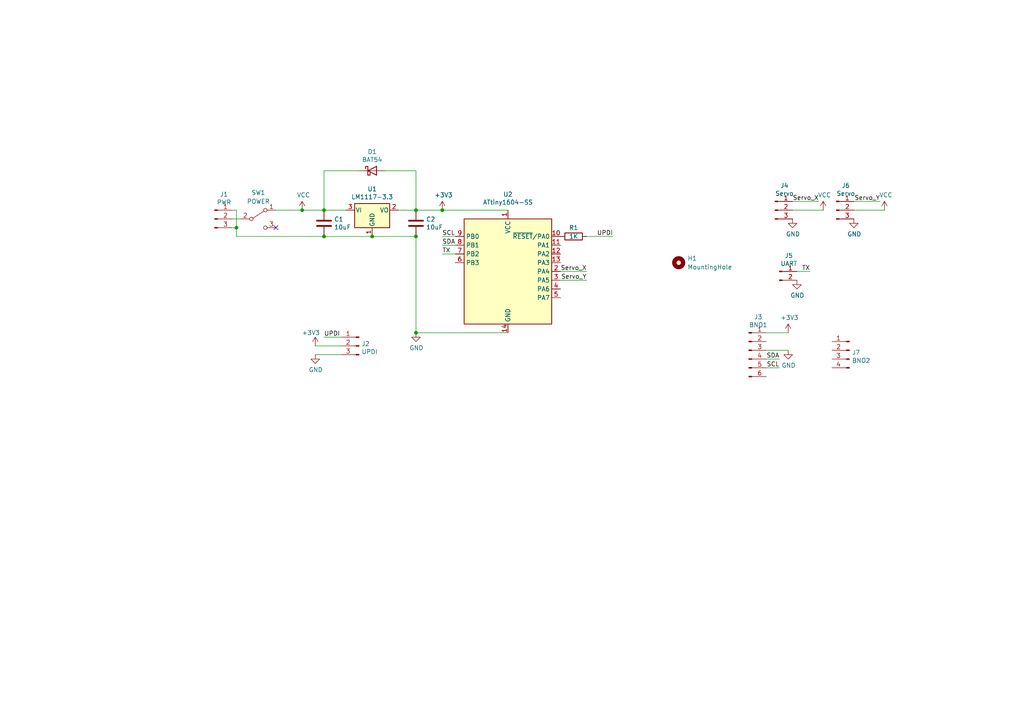
<source format=kicad_sch>
(kicad_sch (version 20211123) (generator eeschema)
  (paper "A4")
  (lib_symbols
    (symbol "Connector:Conn_01x02_Male" (pin_names (offset 1.016) hide)
      (property "Reference" "J" (at 0 2.54 0))
      (property "Value" "Conn_01x02_Male" (at 0 -5.08 0))
      (symbol "Conn_01x02_Male_1_1"
        (polyline (pts (xy 1.27 -2.54) (xy 0.8636 -2.54)) (stroke (width 0.1524)))
        (polyline (pts (xy 1.27 0) (xy 0.8636 0)) (stroke (width 0.1524)))
        (rectangle (start 0.8636 -2.413) (end 0 -2.667) (stroke (width 0.1524)) (fill (type outline)))
        (rectangle (start 0.8636 0.127) (end 0 -0.127) (stroke (width 0.1524)) (fill (type outline)))
        (pin passive line (at 5.08 0 180) (length 3.81) (name "Pin_1") (number "1"))
        (pin passive line (at 5.08 -2.54 180) (length 3.81) (name "Pin_2") (number "2"))
      )
    )
    (symbol "Connector:Conn_01x03_Male" (pin_names (offset 1.016) hide)
      (property "Reference" "J" (at 0 5.08 0))
      (property "Value" "Conn_01x03_Male" (at 0 -5.08 0))
      (symbol "Conn_01x03_Male_1_1"
        (polyline (pts (xy 1.27 -2.54) (xy 0.8636 -2.54)) (stroke (width 0.1524)))
        (polyline (pts (xy 1.27 0) (xy 0.8636 0)) (stroke (width 0.1524)))
        (polyline (pts (xy 1.27 2.54) (xy 0.8636 2.54)) (stroke (width 0.1524)))
        (rectangle (start 0.8636 -2.413) (end 0 -2.667) (stroke (width 0.1524)) (fill (type outline)))
        (rectangle (start 0.8636 0.127) (end 0 -0.127) (stroke (width 0.1524)) (fill (type outline)))
        (rectangle (start 0.8636 2.667) (end 0 2.413) (stroke (width 0.1524)) (fill (type outline)))
        (pin passive line (at 5.08 2.54 180) (length 3.81) (name "Pin_1") (number "1"))
        (pin passive line (at 5.08 0 180) (length 3.81) (name "Pin_2") (number "2"))
        (pin passive line (at 5.08 -2.54 180) (length 3.81) (name "Pin_3") (number "3"))
      )
    )
    (symbol "Connector:Conn_01x04_Male" (pin_names (offset 1.016) hide)
      (property "Reference" "J" (at 0 5.08 0))
      (property "Value" "Conn_01x04_Male" (at 0 -7.62 0))
      (symbol "Conn_01x04_Male_1_1"
        (polyline (pts (xy 1.27 -5.08) (xy 0.8636 -5.08)) (stroke (width 0.1524)))
        (polyline (pts (xy 1.27 -2.54) (xy 0.8636 -2.54)) (stroke (width 0.1524)))
        (polyline (pts (xy 1.27 0) (xy 0.8636 0)) (stroke (width 0.1524)))
        (polyline (pts (xy 1.27 2.54) (xy 0.8636 2.54)) (stroke (width 0.1524)))
        (rectangle (start 0.8636 -4.953) (end 0 -5.207) (stroke (width 0.1524)) (fill (type outline)))
        (rectangle (start 0.8636 -2.413) (end 0 -2.667) (stroke (width 0.1524)) (fill (type outline)))
        (rectangle (start 0.8636 0.127) (end 0 -0.127) (stroke (width 0.1524)) (fill (type outline)))
        (rectangle (start 0.8636 2.667) (end 0 2.413) (stroke (width 0.1524)) (fill (type outline)))
        (pin passive line (at 5.08 2.54 180) (length 3.81) (name "Pin_1") (number "1"))
        (pin passive line (at 5.08 0 180) (length 3.81) (name "Pin_2") (number "2"))
        (pin passive line (at 5.08 -2.54 180) (length 3.81) (name "Pin_3") (number "3"))
        (pin passive line (at 5.08 -5.08 180) (length 3.81) (name "Pin_4") (number "4"))
      )
    )
    (symbol "Connector:Conn_01x06_Male" (pin_names (offset 1.016) hide)
      (property "Reference" "J" (at 0 7.62 0))
      (property "Value" "Conn_01x06_Male" (at 0 -10.16 0))
      (symbol "Conn_01x06_Male_1_1"
        (polyline (pts (xy 1.27 -7.62) (xy 0.8636 -7.62)) (stroke (width 0.1524)))
        (polyline (pts (xy 1.27 -5.08) (xy 0.8636 -5.08)) (stroke (width 0.1524)))
        (polyline (pts (xy 1.27 -2.54) (xy 0.8636 -2.54)) (stroke (width 0.1524)))
        (polyline (pts (xy 1.27 0) (xy 0.8636 0)) (stroke (width 0.1524)))
        (polyline (pts (xy 1.27 2.54) (xy 0.8636 2.54)) (stroke (width 0.1524)))
        (polyline (pts (xy 1.27 5.08) (xy 0.8636 5.08)) (stroke (width 0.1524)))
        (rectangle (start 0.8636 -7.493) (end 0 -7.747) (stroke (width 0.1524)) (fill (type outline)))
        (rectangle (start 0.8636 -4.953) (end 0 -5.207) (stroke (width 0.1524)) (fill (type outline)))
        (rectangle (start 0.8636 -2.413) (end 0 -2.667) (stroke (width 0.1524)) (fill (type outline)))
        (rectangle (start 0.8636 0.127) (end 0 -0.127) (stroke (width 0.1524)) (fill (type outline)))
        (rectangle (start 0.8636 2.667) (end 0 2.413) (stroke (width 0.1524)) (fill (type outline)))
        (rectangle (start 0.8636 5.207) (end 0 4.953) (stroke (width 0.1524)) (fill (type outline)))
        (pin passive line (at 5.08 5.08 180) (length 3.81) (name "Pin_1") (number "1"))
        (pin passive line (at 5.08 2.54 180) (length 3.81) (name "Pin_2") (number "2"))
        (pin passive line (at 5.08 0 180) (length 3.81) (name "Pin_3") (number "3"))
        (pin passive line (at 5.08 -2.54 180) (length 3.81) (name "Pin_4") (number "4"))
        (pin passive line (at 5.08 -5.08 180) (length 3.81) (name "Pin_5") (number "5"))
        (pin passive line (at 5.08 -7.62 180) (length 3.81) (name "Pin_6") (number "6"))
      )
    )
    (symbol "Device:C" (pin_numbers hide) (pin_names (offset 0.254))
      (property "Reference" "C" (at 0.635 2.54 0))
      (property "Value" "C" (at 0.635 -2.54 0))
      (symbol "C_0_1"
        (polyline (pts (xy -2.032 -0.762) (xy 2.032 -0.762)) (stroke (width 0.508)))
        (polyline (pts (xy -2.032 0.762) (xy 2.032 0.762)) (stroke (width 0.508)))
      )
      (symbol "C_1_1"
        (pin passive line (at 0 3.81 270) (length 2.794) (name "~") (number "1"))
        (pin passive line (at 0 -3.81 90) (length 2.794) (name "~") (number "2"))
      )
    )
    (symbol "Device:D_Schottky" (pin_numbers hide) (pin_names (offset 1.016) hide)
      (property "Reference" "D" (at 0 2.54 0))
      (property "Value" "D_Schottky" (at 0 -2.54 0))
      (symbol "D_Schottky_0_1"
        (polyline (pts (xy 1.27 0) (xy -1.27 0)))
        (polyline (pts (xy 1.27 1.27) (xy 1.27 -1.27) (xy -1.27 0) (xy 1.27 1.27)) (stroke (width 0.254)))
        (polyline (pts (xy -1.905 0.635) (xy -1.905 1.27) (xy -1.27 1.27) (xy -1.27 -1.27) (xy -0.635 -1.27) (xy -0.635 -0.635)) (stroke (width 0.254)))
      )
      (symbol "D_Schottky_1_1"
        (pin passive line (at -3.81 0 0) (length 2.54) (name "K") (number "1"))
        (pin passive line (at 3.81 0 180) (length 2.54) (name "A") (number "2"))
      )
    )
    (symbol "Device:R" (pin_numbers hide) (pin_names (offset 0))
      (property "Reference" "R" (at 2.032 0 90))
      (property "Value" "R" (at 0 0 90))
      (symbol "R_0_1"
        (rectangle (start -1.016 -2.54) (end 1.016 2.54) (stroke (width 0.254)))
      )
      (symbol "R_1_1"
        (pin passive line (at 0 3.81 270) (length 1.27) (name "~") (number "1"))
        (pin passive line (at 0 -3.81 90) (length 1.27) (name "~") (number "2"))
      )
    )
    (symbol "MCU_Microchip_ATtiny:ATtiny1604-SS"
      (property "Reference" "U" (at -12.7 16.51 0))
      (property "Value" "ATtiny1604-SS" (at 2.54 -16.51 0))
      (symbol "ATtiny1604-SS_0_1"
        (rectangle (start -12.7 -15.24) (end 12.7 15.24) (stroke (width 0.254)) (fill (type background)))
      )
      (symbol "ATtiny1604-SS_1_1"
        (pin power_in line (at 0 17.78 270) (length 2.54) (name "VCC") (number "1"))
        (pin bidirectional line (at 15.24 10.16 180) (length 2.54) (name "~{RESET}/PA0") (number "10"))
        (pin bidirectional line (at 15.24 7.62 180) (length 2.54) (name "PA1") (number "11"))
        (pin bidirectional line (at 15.24 5.08 180) (length 2.54) (name "PA2") (number "12"))
        (pin bidirectional line (at 15.24 2.54 180) (length 2.54) (name "PA3") (number "13"))
        (pin power_in line (at 0 -17.78 90) (length 2.54) (name "GND") (number "14"))
        (pin bidirectional line (at 15.24 0 180) (length 2.54) (name "PA4") (number "2"))
        (pin bidirectional line (at 15.24 -2.54 180) (length 2.54) (name "PA5") (number "3"))
        (pin bidirectional line (at 15.24 -5.08 180) (length 2.54) (name "PA6") (number "4"))
        (pin bidirectional line (at 15.24 -7.62 180) (length 2.54) (name "PA7") (number "5"))
        (pin bidirectional line (at -15.24 2.54 0) (length 2.54) (name "PB3") (number "6"))
        (pin bidirectional line (at -15.24 5.08 0) (length 2.54) (name "PB2") (number "7"))
        (pin bidirectional line (at -15.24 7.62 0) (length 2.54) (name "PB1") (number "8"))
        (pin bidirectional line (at -15.24 10.16 0) (length 2.54) (name "PB0") (number "9"))
      )
    )
    (symbol "Mechanical:MountingHole" (pin_names (offset 1.016))
      (property "Reference" "H" (at 0 5.08 0))
      (property "Value" "MountingHole" (at 0 3.175 0))
      (symbol "MountingHole_0_1"
        (circle (center 0 0) (radius 1.27) (stroke (width 1.27)))
      )
    )
    (symbol "Regulator_Linear:LM1117-3.3" (pin_names (offset 0.254))
      (property "Reference" "U" (at -3.81 3.175 0))
      (property "Value" "LM1117-3.3" (at 0 3.175 0))
      (symbol "LM1117-3.3_0_1"
        (rectangle (start -5.08 -5.08) (end 5.08 1.905) (stroke (width 0.254)) (fill (type background)))
      )
      (symbol "LM1117-3.3_1_1"
        (pin power_in line (at 0 -7.62 90) (length 2.54) (name "GND") (number "1"))
        (pin power_out line (at 7.62 0 180) (length 2.54) (name "VO") (number "2"))
        (pin power_in line (at -7.62 0 0) (length 2.54) (name "VI") (number "3"))
      )
    )
    (symbol "Switch:SW_SPDT" (pin_names (offset 0) hide)
      (property "Reference" "SW" (at 0 4.318 0))
      (property "Value" "SW_SPDT" (at 0 -5.08 0))
      (symbol "SW_SPDT_0_0"
        (circle (center -2.032 0) (radius 0.508))
        (circle (center 2.032 -2.54) (radius 0.508))
      )
      (symbol "SW_SPDT_0_1"
        (polyline (pts (xy -1.524 0.254) (xy 1.651 2.286)))
        (circle (center 2.032 2.54) (radius 0.508))
      )
      (symbol "SW_SPDT_1_1"
        (pin passive line (at 5.08 2.54 180) (length 2.54) (name "A") (number "1"))
        (pin passive line (at -5.08 0 0) (length 2.54) (name "B") (number "2"))
        (pin passive line (at 5.08 -2.54 180) (length 2.54) (name "C") (number "3"))
      )
    )
    (symbol "power:+3V3" (power) (pin_names (offset 0))
      (property "Value" "+3V3" (at 0 3.556 0))
      (symbol "+3V3_0_1"
        (polyline (pts (xy -0.762 1.27) (xy 0 2.54)))
        (polyline (pts (xy 0 0) (xy 0 2.54)))
        (polyline (pts (xy 0 2.54) (xy 0.762 1.27)))
      )
      (symbol "+3V3_1_1"
        (pin power_in line (at 0 0 90) (length 0) hide (name "+3V3") (number "1"))
      )
    )
    (symbol "power:GND" (power) (pin_names (offset 0))
      (property "Value" "GND" (at 0 -3.81 0))
      (symbol "GND_0_1"
        (polyline (pts (xy 0 0) (xy 0 -1.27) (xy 1.27 -1.27) (xy 0 -2.54) (xy -1.27 -1.27) (xy 0 -1.27)))
      )
      (symbol "GND_1_1"
        (pin power_in line (at 0 0 270) (length 0) hide (name "GND") (number "1"))
      )
    )
    (symbol "power:VCC" (power) (pin_names (offset 0))
      (property "Value" "VCC" (at 0 3.81 0))
      (symbol "VCC_0_1"
        (polyline (pts (xy -0.762 1.27) (xy 0 2.54)))
        (polyline (pts (xy 0 0) (xy 0 2.54)))
        (polyline (pts (xy 0 2.54) (xy 0.762 1.27)))
      )
      (symbol "VCC_1_1"
        (pin power_in line (at 0 0 90) (length 0) hide (name "VCC") (number "1"))
      )
    )
  )
  (junction (at 120.65 60.96))
  (junction (at 68.58 66.04))
  (junction (at 107.95 68.58))
  (junction (at 93.98 68.58))
  (junction (at 128.27 60.96))
  (junction (at 120.65 96.52))
  (junction (at 93.98 60.96))
  (junction (at 120.65 68.58))
  (junction (at 87.63 60.96))
  (no_connect (at 80.01 66.04))
  (wire (pts (xy 247.65 58.42) (xy 255.27 58.42)))
  (wire (pts (xy 93.98 49.53) (xy 104.14 49.53)))
  (wire (pts (xy 132.08 71.12) (xy 128.27 71.12)))
  (wire (pts (xy 120.65 96.52) (xy 147.32 96.52)))
  (wire (pts (xy 68.58 60.96) (xy 68.58 66.04)))
  (wire (pts (xy 91.44 100.33) (xy 99.06 100.33)))
  (wire (pts (xy 247.65 60.96) (xy 256.54 60.96)))
  (wire (pts (xy 162.56 81.28) (xy 170.18 81.28)))
  (wire (pts (xy 99.06 97.79) (xy 93.98 97.79)))
  (wire (pts (xy 100.33 60.96) (xy 93.98 60.96)))
  (wire (pts (xy 93.98 68.58) (xy 107.95 68.58)))
  (wire (pts (xy 107.95 68.58) (xy 120.65 68.58)))
  (wire (pts (xy 120.65 60.96) (xy 115.57 60.96)))
  (wire (pts (xy 128.27 60.96) (xy 147.32 60.96)))
  (wire (pts (xy 67.31 66.04) (xy 68.58 66.04)))
  (wire (pts (xy 68.58 68.58) (xy 93.98 68.58)))
  (wire (pts (xy 222.25 101.6) (xy 228.6 101.6)))
  (wire (pts (xy 132.08 68.58) (xy 128.27 68.58)))
  (wire (pts (xy 120.65 68.58) (xy 120.65 96.52)))
  (wire (pts (xy 222.25 104.14) (xy 226.06 104.14)))
  (wire (pts (xy 170.18 68.58) (xy 177.8 68.58)))
  (wire (pts (xy 162.56 78.74) (xy 170.18 78.74)))
  (wire (pts (xy 222.25 106.68) (xy 226.06 106.68)))
  (wire (pts (xy 229.87 60.96) (xy 238.76 60.96)))
  (wire (pts (xy 222.25 96.52) (xy 228.6 96.52)))
  (wire (pts (xy 68.58 66.04) (xy 68.58 68.58)))
  (wire (pts (xy 80.01 60.96) (xy 87.63 60.96)))
  (wire (pts (xy 67.31 60.96) (xy 68.58 60.96)))
  (wire (pts (xy 67.31 63.5) (xy 69.85 63.5)))
  (wire (pts (xy 91.44 102.87) (xy 99.06 102.87)))
  (wire (pts (xy 93.98 60.96) (xy 93.98 49.53)))
  (wire (pts (xy 229.87 58.42) (xy 237.49 58.42)))
  (wire (pts (xy 120.65 60.96) (xy 128.27 60.96)))
  (wire (pts (xy 120.65 49.53) (xy 120.65 60.96)))
  (wire (pts (xy 231.14 78.74) (xy 234.95 78.74)))
  (wire (pts (xy 132.08 73.66) (xy 128.27 73.66)))
  (wire (pts (xy 111.76 49.53) (xy 120.65 49.53)))
  (wire (pts (xy 87.63 60.96) (xy 93.98 60.96)))
  (label "TX" (at 234.95 78.74 180))
  (label "Servo_Y" (at 255.27 58.42 180))
  (label "Servo_X" (at 237.49 58.42 180))
  (label "Servo_Y" (at 170.18 81.28 180))
  (label "UPDI" (at 93.98 97.79 0))
  (label "SCL" (at 226.06 106.68 180))
  (label "SDA" (at 226.06 104.14 180))
  (label "SDA" (at 128.27 71.12 0))
  (label "UPDI" (at 177.8 68.58 180))
  (label "TX" (at 128.27 73.66 0))
  (label "SCL" (at 128.27 68.58 0))
  (label "Servo_X" (at 170.18 78.74 180))
  (symbol (lib_id "MCU_Microchip_ATtiny:ATtiny1604-SS") (at 147.32 78.74 0) (unit 1)
    (property "Reference" "U2" (at 147.32 56.3626 0))
    (property "Value" "ATtiny1604-SS" (at 147.32 58.674 0))
    (property "Footprint" "Package_SO:SOIC-14_3.9x8.7mm_P1.27mm" (effects hide))
    (property "Datasheet" "http://ww1.microchip.com/downloads/en/DeviceDoc/ATtiny804_1604-Data-Sheet-40002028A.pdf" (effects hide))
  )
  (symbol (lib_id "Regulator_Linear:LM1117-3.3") (at 107.95 60.96 0) (unit 1)
    (property "Reference" "U1" (at 107.95 54.8132 0))
    (property "Value" "LM1117-3.3" (at 107.95 57.1246 0))
    (property "Footprint" "Package_TO_SOT_SMD:SOT-223-3_TabPin2" (effects hide))
    (property "Datasheet" "http://www.ti.com/lit/ds/symlink/lm1117.pdf" (effects hide))
  )
  (symbol (lib_id "Connector:Conn_01x03_Male") (at 104.14 100.33 0) (mirror y) (unit 1)
    (property "Reference" "J2" (at 104.8512 99.7204 0) (effects (justify right)))
    (property "Value" "UPDI" (at 104.8512 102.0318 0) (effects (justify right)))
    (property "Footprint" "Connector_PinHeader_2.54mm:PinHeader_1x03_P2.54mm_Vertical" (effects hide))
  )
  (symbol (lib_id "Connector:Conn_01x03_Male") (at 224.79 60.96 0) (unit 1)
    (property "Reference" "J4" (at 227.5332 53.8226 0))
    (property "Value" "Servo" (at 227.5332 56.134 0))
    (property "Footprint" "Connector_PinHeader_2.54mm:PinHeader_1x03_P2.54mm_Vertical" (effects hide))
  )
  (symbol (lib_id "Connector:Conn_01x03_Male") (at 242.57 60.96 0) (unit 1)
    (property "Reference" "J6" (at 245.3132 53.8226 0))
    (property "Value" "Servo" (at 245.3132 56.134 0))
    (property "Footprint" "Connector_PinHeader_2.54mm:PinHeader_1x03_P2.54mm_Vertical" (effects hide))
  )
  (symbol (lib_id "Connector:Conn_01x02_Male") (at 226.06 78.74 0) (unit 1)
    (property "Reference" "J5" (at 228.8032 74.1426 0))
    (property "Value" "UART" (at 228.8032 76.454 0))
    (property "Footprint" "Connector_PinHeader_2.54mm:PinHeader_1x02_P2.54mm_Vertical" (effects hide))
  )
  (symbol (lib_id "Device:D_Schottky") (at 107.95 49.53 0) (unit 1)
    (property "Reference" "D1" (at 107.95 44.0182 0))
    (property "Value" "BAT54" (at 107.95 46.3296 0))
    (property "Footprint" "Diode_SMD:D_SOD-123" (effects hide))
  )
  (symbol (lib_id "Device:C") (at 93.98 64.77 0) (unit 1)
    (property "Reference" "C1" (at 96.901 63.6016 0) (effects (justify left)))
    (property "Value" "10uF" (at 96.901 65.913 0) (effects (justify left)))
    (property "Footprint" "Capacitor_SMD:C_0805_2012Metric" (effects hide))
  )
  (symbol (lib_id "Device:C") (at 120.65 64.77 0) (unit 1)
    (property "Reference" "C2" (at 123.571 63.6016 0) (effects (justify left)))
    (property "Value" "10uF" (at 123.571 65.913 0) (effects (justify left)))
    (property "Footprint" "Capacitor_SMD:C_0805_2012Metric" (effects hide))
  )
  (symbol (lib_id "power:+3V3") (at 128.27 60.96 0) (unit 1)
    (property "Reference" "#PWR05" (effects hide))
    (property "Value" "+3V3" (at 128.651 56.5658 0))
  )
  (symbol (lib_id "power:GND") (at 120.65 96.52 0) (unit 1)
    (property "Reference" "#PWR04" (effects hide))
    (property "Value" "GND" (at 120.777 100.9142 0))
  )
  (symbol (lib_id "power:VCC") (at 87.63 60.96 0) (unit 1)
    (property "Reference" "#PWR01" (effects hide))
    (property "Value" "VCC" (at 88.011 56.5658 0))
  )
  (symbol (lib_id "power:+3V3") (at 91.44 100.33 0) (unit 1)
    (property "Reference" "#PWR02" (effects hide))
    (property "Value" "+3V3" (at 90.17 96.52 0))
  )
  (symbol (lib_id "power:GND") (at 91.44 102.87 0) (unit 1)
    (property "Reference" "#PWR03" (effects hide))
    (property "Value" "GND" (at 91.567 107.2642 0))
  )
  (symbol (lib_id "power:GND") (at 231.14 81.28 0) (unit 1)
    (property "Reference" "#PWR09" (effects hide))
    (property "Value" "GND" (at 231.267 85.6742 0))
  )
  (symbol (lib_id "power:VCC") (at 238.76 60.96 0) (unit 1)
    (property "Reference" "#PWR010" (effects hide))
    (property "Value" "VCC" (at 239.141 56.5658 0))
  )
  (symbol (lib_id "power:VCC") (at 256.54 60.96 0) (unit 1)
    (property "Reference" "#PWR012" (effects hide))
    (property "Value" "VCC" (at 256.921 56.5658 0))
  )
  (symbol (lib_id "power:GND") (at 229.87 63.5 0) (unit 1)
    (property "Reference" "#PWR08" (effects hide))
    (property "Value" "GND" (at 229.997 67.8942 0))
  )
  (symbol (lib_id "power:GND") (at 247.65 63.5 0) (unit 1)
    (property "Reference" "#PWR011" (effects hide))
    (property "Value" "GND" (at 247.777 67.8942 0))
  )
  (symbol (lib_id "Connector:Conn_01x06_Male") (at 217.17 101.6 0) (unit 1)
    (property "Reference" "J3" (at 219.9132 91.9226 0))
    (property "Value" "BNO1" (at 219.9132 94.234 0))
    (property "Footprint" "Connector_PinHeader_2.54mm:PinHeader_1x06_P2.54mm_Vertical" (effects hide))
  )
  (symbol (lib_id "power:GND") (at 228.6 101.6 0) (unit 1)
    (property "Reference" "#PWR07" (effects hide))
    (property "Value" "GND" (at 228.727 105.9942 0))
  )
  (symbol (lib_id "power:+3V3") (at 228.6 96.52 0) (unit 1)
    (property "Reference" "#PWR06" (effects hide))
    (property "Value" "+3V3" (at 228.981 92.1258 0))
  )
  (symbol (lib_id "Connector:Conn_01x04_Male") (at 246.38 101.6 0) (mirror y) (unit 1)
    (property "Reference" "J7" (at 247.0912 102.2604 0) (effects (justify right)))
    (property "Value" "BNO2" (at 247.0912 104.5718 0) (effects (justify right)))
    (property "Footprint" "Connector_PinHeader_2.54mm:PinHeader_1x04_P2.54mm_Vertical" (effects hide))
  )
  (symbol (lib_id "Device:R") (at 166.37 68.58 270) (unit 1)
    (property "Reference" "R1" (at 166.37 66.04 90))
    (property "Value" "1K" (at 166.37 68.58 90))
    (property "Footprint" "Resistor_SMD:R_1206_3216Metric" (effects hide))
  )
  (symbol (lib_id "Connector:Conn_01x03_Male") (at 62.23 63.5 0) (unit 1)
    (property "Reference" "J1" (at 64.9732 56.3626 0))
    (property "Value" "PWR" (at 64.9732 58.674 0))
    (property "Footprint" "Connector_PinHeader_2.54mm:PinHeader_1x03_P2.54mm_Vertical" (effects hide))
  )
  (symbol (lib_id "Switch:SW_SPDT") (at 74.93 63.5 0) (unit 1)
    (property "Reference" "SW1" (at 74.93 55.88 0))
    (property "Value" "POWER" (at 74.93 58.42 0))
    (property "Footprint" "gimbal:Switch" (effects hide))
  )
  (symbol (lib_id "Mechanical:MountingHole") (at 196.85 76.2 0) (unit 1)
    (property "Reference" "H1" (at 199.39 74.9299 0) (effects (justify left)))
    (property "Value" "MountingHole" (at 199.39 77.4699 0) (effects (justify left)))
    (property "Footprint" "MountingHole:MountingHole_3.2mm_M3" (effects hide))
  )
)
</source>
